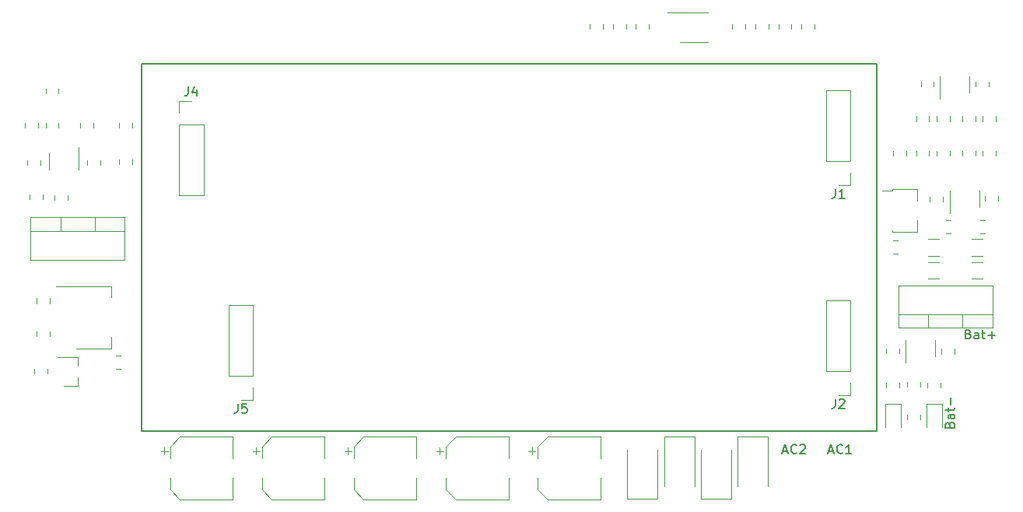
<source format=gbr>
%TF.GenerationSoftware,KiCad,Pcbnew,(5.1.6)-1*%
%TF.CreationDate,2020-11-02T11:11:50+01:00*%
%TF.ProjectId,ltz10v,6c747a31-3076-42e6-9b69-6361645f7063,rev?*%
%TF.SameCoordinates,Original*%
%TF.FileFunction,Legend,Top*%
%TF.FilePolarity,Positive*%
%FSLAX46Y46*%
G04 Gerber Fmt 4.6, Leading zero omitted, Abs format (unit mm)*
G04 Created by KiCad (PCBNEW (5.1.6)-1) date 2020-11-02 11:11:50*
%MOMM*%
%LPD*%
G01*
G04 APERTURE LIST*
%ADD10C,0.127000*%
%ADD11C,0.120000*%
%ADD12C,0.150000*%
G04 APERTURE END LIST*
D10*
X114000000Y-70495000D02*
X194010000Y-70495000D01*
X194010000Y-70495000D02*
X194010000Y-90497500D01*
X194010000Y-110500000D02*
X114000000Y-110500000D01*
X114000000Y-110500000D02*
X114000000Y-70495000D01*
X194010000Y-90497500D02*
X194010000Y-110500000D01*
D11*
%TO.C,R937*%
X183290000Y-66241422D02*
X183290000Y-66758578D01*
X184710000Y-66241422D02*
X184710000Y-66758578D01*
%TO.C,R936*%
X164210000Y-66758578D02*
X164210000Y-66241422D01*
X162790000Y-66758578D02*
X162790000Y-66241422D01*
%TO.C,C24*%
X182210000Y-66758578D02*
X182210000Y-66241422D01*
X180790000Y-66758578D02*
X180790000Y-66241422D01*
%TO.C,C23*%
X178290000Y-66241422D02*
X178290000Y-66758578D01*
X179710000Y-66241422D02*
X179710000Y-66758578D01*
%TO.C,C22*%
X187210000Y-66758578D02*
X187210000Y-66241422D01*
X185790000Y-66758578D02*
X185790000Y-66241422D01*
%TO.C,C21*%
X165290000Y-66241422D02*
X165290000Y-66758578D01*
X166710000Y-66241422D02*
X166710000Y-66758578D01*
%TO.C,C20*%
X169210000Y-66758578D02*
X169210000Y-66241422D01*
X167790000Y-66758578D02*
X167790000Y-66241422D01*
%TO.C,U9*%
X174090000Y-64940000D02*
X171215000Y-64940000D01*
X174090000Y-64940000D02*
X175590000Y-64940000D01*
X174090000Y-68160000D02*
X172590000Y-68160000D01*
X174090000Y-68160000D02*
X175590000Y-68160000D01*
%TO.C,C18*%
X116456250Y-112258750D02*
X116456250Y-113046250D01*
X116062500Y-112652500D02*
X116850000Y-112652500D01*
X117090000Y-116845563D02*
X118154437Y-117910000D01*
X117090000Y-112154437D02*
X118154437Y-111090000D01*
X117090000Y-112154437D02*
X117090000Y-113440000D01*
X117090000Y-116845563D02*
X117090000Y-115560000D01*
X118154437Y-117910000D02*
X123910000Y-117910000D01*
X118154437Y-111090000D02*
X123910000Y-111090000D01*
X123910000Y-111090000D02*
X123910000Y-113440000D01*
X123910000Y-117910000D02*
X123910000Y-115560000D01*
%TO.C,C17*%
X126456250Y-112258750D02*
X126456250Y-113046250D01*
X126062500Y-112652500D02*
X126850000Y-112652500D01*
X127090000Y-116845563D02*
X128154437Y-117910000D01*
X127090000Y-112154437D02*
X128154437Y-111090000D01*
X127090000Y-112154437D02*
X127090000Y-113440000D01*
X127090000Y-116845563D02*
X127090000Y-115560000D01*
X128154437Y-117910000D02*
X133910000Y-117910000D01*
X128154437Y-111090000D02*
X133910000Y-111090000D01*
X133910000Y-111090000D02*
X133910000Y-113440000D01*
X133910000Y-117910000D02*
X133910000Y-115560000D01*
%TO.C,C16*%
X136456250Y-112258750D02*
X136456250Y-113046250D01*
X136062500Y-112652500D02*
X136850000Y-112652500D01*
X137090000Y-116845563D02*
X138154437Y-117910000D01*
X137090000Y-112154437D02*
X138154437Y-111090000D01*
X137090000Y-112154437D02*
X137090000Y-113440000D01*
X137090000Y-116845563D02*
X137090000Y-115560000D01*
X138154437Y-117910000D02*
X143910000Y-117910000D01*
X138154437Y-111090000D02*
X143910000Y-111090000D01*
X143910000Y-111090000D02*
X143910000Y-113440000D01*
X143910000Y-117910000D02*
X143910000Y-115560000D01*
%TO.C,C15*%
X146456250Y-112258750D02*
X146456250Y-113046250D01*
X146062500Y-112652500D02*
X146850000Y-112652500D01*
X147090000Y-116845563D02*
X148154437Y-117910000D01*
X147090000Y-112154437D02*
X148154437Y-111090000D01*
X147090000Y-112154437D02*
X147090000Y-113440000D01*
X147090000Y-116845563D02*
X147090000Y-115560000D01*
X148154437Y-117910000D02*
X153910000Y-117910000D01*
X148154437Y-111090000D02*
X153910000Y-111090000D01*
X153910000Y-111090000D02*
X153910000Y-113440000D01*
X153910000Y-117910000D02*
X153910000Y-115560000D01*
%TO.C,C14*%
X156456250Y-112258750D02*
X156456250Y-113046250D01*
X156062500Y-112652500D02*
X156850000Y-112652500D01*
X157090000Y-116845563D02*
X158154437Y-117910000D01*
X157090000Y-112154437D02*
X158154437Y-111090000D01*
X157090000Y-112154437D02*
X157090000Y-113440000D01*
X157090000Y-116845563D02*
X157090000Y-115560000D01*
X158154437Y-117910000D02*
X163910000Y-117910000D01*
X158154437Y-111090000D02*
X163910000Y-111090000D01*
X163910000Y-111090000D02*
X163910000Y-113440000D01*
X163910000Y-117910000D02*
X163910000Y-115560000D01*
%TO.C,D4*%
X166850000Y-117900000D02*
X166850000Y-112500000D01*
X170150000Y-117900000D02*
X170150000Y-112500000D01*
X166850000Y-117900000D02*
X170150000Y-117900000D01*
%TO.C,D3*%
X174150000Y-111100000D02*
X174150000Y-116500000D01*
X170850000Y-111100000D02*
X170850000Y-116500000D01*
X174150000Y-111100000D02*
X170850000Y-111100000D01*
%TO.C,D2*%
X174850000Y-117900000D02*
X174850000Y-112500000D01*
X178150000Y-117900000D02*
X178150000Y-112500000D01*
X174850000Y-117900000D02*
X178150000Y-117900000D01*
%TO.C,D1*%
X182150000Y-111100000D02*
X182150000Y-116500000D01*
X178850000Y-111100000D02*
X178850000Y-116500000D01*
X182150000Y-111100000D02*
X178850000Y-111100000D01*
%TO.C,C13*%
X198710000Y-108741422D02*
X198710000Y-109258578D01*
X197290000Y-108741422D02*
X197290000Y-109258578D01*
%TO.C,C12*%
X196258578Y-91210000D02*
X195741422Y-91210000D01*
X196258578Y-89790000D02*
X195741422Y-89790000D01*
%TO.C,C11*%
X198290000Y-80508578D02*
X198290000Y-79991422D01*
X199710000Y-80508578D02*
X199710000Y-79991422D01*
%TO.C,C10*%
X205790000Y-85446078D02*
X205790000Y-84928922D01*
X207210000Y-85446078D02*
X207210000Y-84928922D01*
%TO.C,C9*%
X204790000Y-73008578D02*
X204790000Y-72491422D01*
X206210000Y-73008578D02*
X206210000Y-72491422D01*
%TO.C,J1*%
X191149000Y-73419500D02*
X188489000Y-73419500D01*
X191149000Y-81099500D02*
X191149000Y-73419500D01*
X188489000Y-81099500D02*
X188489000Y-73419500D01*
X191149000Y-81099500D02*
X188489000Y-81099500D01*
X191149000Y-82369500D02*
X191149000Y-83699500D01*
X191149000Y-83699500D02*
X189819000Y-83699500D01*
%TO.C,ZD2*%
X201100000Y-107500000D02*
X199400000Y-107500000D01*
X199400000Y-107500000D02*
X199400000Y-110050000D01*
X201100000Y-107500000D02*
X201100000Y-110050000D01*
%TO.C,ZD1*%
X196600000Y-107500000D02*
X194900000Y-107500000D01*
X194900000Y-107500000D02*
X194900000Y-110050000D01*
X196600000Y-107500000D02*
X196600000Y-110050000D01*
%TO.C,U8*%
X107010000Y-105580000D02*
X107010000Y-104650000D01*
X107010000Y-102420000D02*
X107010000Y-103350000D01*
X107010000Y-102420000D02*
X104850000Y-102420000D01*
X107010000Y-105580000D02*
X105550000Y-105580000D01*
%TO.C,U7*%
X103940000Y-80250000D02*
X103940000Y-82050000D01*
X107160000Y-82050000D02*
X107160000Y-79600000D01*
%TO.C,U6*%
X110660000Y-101527500D02*
X110660000Y-100267500D01*
X110660000Y-94707500D02*
X110660000Y-95967500D01*
X106900000Y-101527500D02*
X110660000Y-101527500D01*
X104650000Y-94707500D02*
X110660000Y-94707500D01*
%TO.C,U5*%
X200360000Y-102400000D02*
X200360000Y-100600000D01*
X197140000Y-100600000D02*
X197140000Y-103050000D01*
%TO.C,U4*%
X204110000Y-73650000D02*
X204110000Y-71850000D01*
X200890000Y-71850000D02*
X200890000Y-74300000D01*
%TO.C,R927*%
X102960000Y-80991422D02*
X102960000Y-81508578D01*
X101540000Y-80991422D02*
X101540000Y-81508578D01*
%TO.C,R926*%
X104960000Y-73241422D02*
X104960000Y-73758578D01*
X103540000Y-73241422D02*
X103540000Y-73758578D01*
%TO.C,R925*%
X104960000Y-76991422D02*
X104960000Y-77508578D01*
X103540000Y-76991422D02*
X103540000Y-77508578D01*
%TO.C,R924*%
X105960000Y-84803922D02*
X105960000Y-85321078D01*
X104540000Y-84803922D02*
X104540000Y-85321078D01*
%TO.C,R923*%
X102710000Y-76991422D02*
X102710000Y-77508578D01*
X101290000Y-76991422D02*
X101290000Y-77508578D01*
%TO.C,R922*%
X108710000Y-76991422D02*
X108710000Y-77508578D01*
X107290000Y-76991422D02*
X107290000Y-77508578D01*
%TO.C,R921*%
X102290000Y-104258578D02*
X102290000Y-103741422D01*
X103710000Y-104258578D02*
X103710000Y-103741422D01*
%TO.C,R920*%
X111540000Y-81446078D02*
X111540000Y-80928922D01*
X112960000Y-81446078D02*
X112960000Y-80928922D01*
%TO.C,R919*%
X112960000Y-76991422D02*
X112960000Y-77508578D01*
X111540000Y-76991422D02*
X111540000Y-77508578D01*
%TO.C,R918*%
X198710000Y-105178922D02*
X198710000Y-105696078D01*
X197290000Y-105178922D02*
X197290000Y-105696078D01*
%TO.C,R917*%
X199540000Y-105758578D02*
X199540000Y-105241422D01*
X200960000Y-105758578D02*
X200960000Y-105241422D01*
%TO.C,R916*%
X202460000Y-101553922D02*
X202460000Y-102071078D01*
X201040000Y-101553922D02*
X201040000Y-102071078D01*
%TO.C,R915*%
X199710000Y-76241422D02*
X199710000Y-76758578D01*
X198290000Y-76241422D02*
X198290000Y-76758578D01*
%TO.C,R914*%
X200540000Y-80508578D02*
X200540000Y-79991422D01*
X201960000Y-80508578D02*
X201960000Y-79991422D01*
%TO.C,R913*%
X201960000Y-76241422D02*
X201960000Y-76758578D01*
X200540000Y-76241422D02*
X200540000Y-76758578D01*
%TO.C,R912*%
X203290000Y-80508578D02*
X203290000Y-79991422D01*
X204710000Y-80508578D02*
X204710000Y-79991422D01*
%TO.C,R911*%
X203290000Y-76758578D02*
X203290000Y-76241422D01*
X204710000Y-76758578D02*
X204710000Y-76241422D01*
%TO.C,R910*%
X195040000Y-105758578D02*
X195040000Y-105241422D01*
X196460000Y-105758578D02*
X196460000Y-105241422D01*
%TO.C,R909*%
X205502064Y-93910000D02*
X204297936Y-93910000D01*
X205502064Y-92090000D02*
X204297936Y-92090000D01*
%TO.C,R908*%
X205502064Y-91410000D02*
X204297936Y-91410000D01*
X205502064Y-89590000D02*
X204297936Y-89590000D01*
%TO.C,R904*%
X200752064Y-93910000D02*
X199547936Y-93910000D01*
X200752064Y-92090000D02*
X199547936Y-92090000D01*
%TO.C,R903*%
X200752064Y-91410000D02*
X199547936Y-91410000D01*
X200752064Y-89590000D02*
X199547936Y-89590000D01*
%TO.C,Q3*%
X101920000Y-87230000D02*
X112160000Y-87230000D01*
X101920000Y-91871000D02*
X112160000Y-91871000D01*
X101920000Y-87230000D02*
X101920000Y-91871000D01*
X112160000Y-87230000D02*
X112160000Y-91871000D01*
X101920000Y-88740000D02*
X112160000Y-88740000D01*
X105190000Y-87230000D02*
X105190000Y-88740000D01*
X108891000Y-87230000D02*
X108891000Y-88740000D01*
%TO.C,Q2*%
X198410000Y-87550000D02*
X198410000Y-88860000D01*
X198410000Y-88860000D02*
X195690000Y-88860000D01*
X194550000Y-84370000D02*
X195690000Y-84370000D01*
X198410000Y-84140000D02*
X198410000Y-85450000D01*
X195690000Y-84140000D02*
X198410000Y-84140000D01*
X195690000Y-84140000D02*
X195690000Y-84370000D01*
X195690000Y-88860000D02*
X195690000Y-88630000D01*
%TO.C,J4*%
X118067500Y-84842500D02*
X120727500Y-84842500D01*
X118067500Y-77162500D02*
X118067500Y-84842500D01*
X120727500Y-77162500D02*
X120727500Y-84842500D01*
X118067500Y-77162500D02*
X120727500Y-77162500D01*
X118067500Y-75892500D02*
X118067500Y-74562500D01*
X118067500Y-74562500D02*
X119397500Y-74562500D01*
%TO.C,C8*%
X101790000Y-85258578D02*
X101790000Y-84741422D01*
X103210000Y-85258578D02*
X103210000Y-84741422D01*
%TO.C,C7*%
X108040000Y-81508578D02*
X108040000Y-80991422D01*
X109460000Y-81508578D02*
X109460000Y-80991422D01*
%TO.C,C6*%
X111696078Y-103710000D02*
X111178922Y-103710000D01*
X111696078Y-102290000D02*
X111178922Y-102290000D01*
%TO.C,R901*%
X197210000Y-80508578D02*
X197210000Y-79991422D01*
X195790000Y-80508578D02*
X195790000Y-79991422D01*
%TO.C,R902*%
X205540000Y-79991422D02*
X205540000Y-80508578D01*
X206960000Y-79991422D02*
X206960000Y-80508578D01*
%TO.C,R905*%
X201491422Y-88960000D02*
X202008578Y-88960000D01*
X201491422Y-87540000D02*
X202008578Y-87540000D01*
%TO.C,R906*%
X205540000Y-76241422D02*
X205540000Y-76758578D01*
X206960000Y-76241422D02*
X206960000Y-76758578D01*
%TO.C,R907*%
X205758578Y-87540000D02*
X205241422Y-87540000D01*
X205758578Y-88960000D02*
X205241422Y-88960000D01*
%TO.C,U3*%
X201940000Y-84340000D02*
X201940000Y-86790000D01*
X205160000Y-86140000D02*
X205160000Y-84340000D01*
%TO.C,Q1*%
X199609000Y-99270000D02*
X199609000Y-97760000D01*
X203310000Y-99270000D02*
X203310000Y-97760000D01*
X206580000Y-97760000D02*
X196340000Y-97760000D01*
X196340000Y-99270000D02*
X196340000Y-94629000D01*
X206580000Y-99270000D02*
X206580000Y-94629000D01*
X206580000Y-94629000D02*
X196340000Y-94629000D01*
X206580000Y-99270000D02*
X196340000Y-99270000D01*
%TO.C,C5*%
X103960000Y-96571078D02*
X103960000Y-96053922D01*
X102540000Y-96571078D02*
X102540000Y-96053922D01*
%TO.C,C4*%
X103960000Y-100196078D02*
X103960000Y-99678922D01*
X102540000Y-100196078D02*
X102540000Y-99678922D01*
%TO.C,C3*%
X199790000Y-84991422D02*
X199790000Y-85508578D01*
X201210000Y-84991422D02*
X201210000Y-85508578D01*
%TO.C,C2*%
X195040000Y-101491422D02*
X195040000Y-102008578D01*
X196460000Y-101491422D02*
X196460000Y-102008578D01*
%TO.C,C1*%
X198790000Y-72491422D02*
X198790000Y-73008578D01*
X200210000Y-72491422D02*
X200210000Y-73008578D01*
%TO.C,J5*%
X126125000Y-107067500D02*
X124795000Y-107067500D01*
X126125000Y-105737500D02*
X126125000Y-107067500D01*
X126125000Y-104467500D02*
X123465000Y-104467500D01*
X123465000Y-104467500D02*
X123465000Y-96787500D01*
X126125000Y-104467500D02*
X126125000Y-96787500D01*
X126125000Y-96787500D02*
X123465000Y-96787500D01*
%TO.C,J2*%
X191149000Y-106559500D02*
X189819000Y-106559500D01*
X191149000Y-105229500D02*
X191149000Y-106559500D01*
X191149000Y-103959500D02*
X188489000Y-103959500D01*
X188489000Y-103959500D02*
X188489000Y-96279500D01*
X191149000Y-103959500D02*
X191149000Y-96279500D01*
X191149000Y-96279500D02*
X188489000Y-96279500D01*
%TO.C,J8*%
D12*
X183785714Y-112666666D02*
X184261904Y-112666666D01*
X183690476Y-112952380D02*
X184023809Y-111952380D01*
X184357142Y-112952380D01*
X185261904Y-112857142D02*
X185214285Y-112904761D01*
X185071428Y-112952380D01*
X184976190Y-112952380D01*
X184833333Y-112904761D01*
X184738095Y-112809523D01*
X184690476Y-112714285D01*
X184642857Y-112523809D01*
X184642857Y-112380952D01*
X184690476Y-112190476D01*
X184738095Y-112095238D01*
X184833333Y-112000000D01*
X184976190Y-111952380D01*
X185071428Y-111952380D01*
X185214285Y-112000000D01*
X185261904Y-112047619D01*
X185642857Y-112047619D02*
X185690476Y-112000000D01*
X185785714Y-111952380D01*
X186023809Y-111952380D01*
X186119047Y-112000000D01*
X186166666Y-112047619D01*
X186214285Y-112142857D01*
X186214285Y-112238095D01*
X186166666Y-112380952D01*
X185595238Y-112952380D01*
X186214285Y-112952380D01*
%TO.C,J3*%
X188785714Y-112666666D02*
X189261904Y-112666666D01*
X188690476Y-112952380D02*
X189023809Y-111952380D01*
X189357142Y-112952380D01*
X190261904Y-112857142D02*
X190214285Y-112904761D01*
X190071428Y-112952380D01*
X189976190Y-112952380D01*
X189833333Y-112904761D01*
X189738095Y-112809523D01*
X189690476Y-112714285D01*
X189642857Y-112523809D01*
X189642857Y-112380952D01*
X189690476Y-112190476D01*
X189738095Y-112095238D01*
X189833333Y-112000000D01*
X189976190Y-111952380D01*
X190071428Y-111952380D01*
X190214285Y-112000000D01*
X190261904Y-112047619D01*
X191214285Y-112952380D02*
X190642857Y-112952380D01*
X190928571Y-112952380D02*
X190928571Y-111952380D01*
X190833333Y-112095238D01*
X190738095Y-112190476D01*
X190642857Y-112238095D01*
%TO.C,J1*%
X189485666Y-84151880D02*
X189485666Y-84866166D01*
X189438047Y-85009023D01*
X189342809Y-85104261D01*
X189199952Y-85151880D01*
X189104714Y-85151880D01*
X190485666Y-85151880D02*
X189914238Y-85151880D01*
X190199952Y-85151880D02*
X190199952Y-84151880D01*
X190104714Y-84294738D01*
X190009476Y-84389976D01*
X189914238Y-84437595D01*
%TO.C,J6*%
X201928571Y-109785714D02*
X201976190Y-109642857D01*
X202023809Y-109595238D01*
X202119047Y-109547619D01*
X202261904Y-109547619D01*
X202357142Y-109595238D01*
X202404761Y-109642857D01*
X202452380Y-109738095D01*
X202452380Y-110119047D01*
X201452380Y-110119047D01*
X201452380Y-109785714D01*
X201500000Y-109690476D01*
X201547619Y-109642857D01*
X201642857Y-109595238D01*
X201738095Y-109595238D01*
X201833333Y-109642857D01*
X201880952Y-109690476D01*
X201928571Y-109785714D01*
X201928571Y-110119047D01*
X202452380Y-108690476D02*
X201928571Y-108690476D01*
X201833333Y-108738095D01*
X201785714Y-108833333D01*
X201785714Y-109023809D01*
X201833333Y-109119047D01*
X202404761Y-108690476D02*
X202452380Y-108785714D01*
X202452380Y-109023809D01*
X202404761Y-109119047D01*
X202309523Y-109166666D01*
X202214285Y-109166666D01*
X202119047Y-109119047D01*
X202071428Y-109023809D01*
X202071428Y-108785714D01*
X202023809Y-108690476D01*
X201785714Y-108357142D02*
X201785714Y-107976190D01*
X201452380Y-108214285D02*
X202309523Y-108214285D01*
X202404761Y-108166666D01*
X202452380Y-108071428D01*
X202452380Y-107976190D01*
X202071428Y-107642857D02*
X202071428Y-106880952D01*
%TO.C,J7*%
X203964285Y-99928571D02*
X204107142Y-99976190D01*
X204154761Y-100023809D01*
X204202380Y-100119047D01*
X204202380Y-100261904D01*
X204154761Y-100357142D01*
X204107142Y-100404761D01*
X204011904Y-100452380D01*
X203630952Y-100452380D01*
X203630952Y-99452380D01*
X203964285Y-99452380D01*
X204059523Y-99500000D01*
X204107142Y-99547619D01*
X204154761Y-99642857D01*
X204154761Y-99738095D01*
X204107142Y-99833333D01*
X204059523Y-99880952D01*
X203964285Y-99928571D01*
X203630952Y-99928571D01*
X205059523Y-100452380D02*
X205059523Y-99928571D01*
X205011904Y-99833333D01*
X204916666Y-99785714D01*
X204726190Y-99785714D01*
X204630952Y-99833333D01*
X205059523Y-100404761D02*
X204964285Y-100452380D01*
X204726190Y-100452380D01*
X204630952Y-100404761D01*
X204583333Y-100309523D01*
X204583333Y-100214285D01*
X204630952Y-100119047D01*
X204726190Y-100071428D01*
X204964285Y-100071428D01*
X205059523Y-100023809D01*
X205392857Y-99785714D02*
X205773809Y-99785714D01*
X205535714Y-99452380D02*
X205535714Y-100309523D01*
X205583333Y-100404761D01*
X205678571Y-100452380D01*
X205773809Y-100452380D01*
X206107142Y-100071428D02*
X206869047Y-100071428D01*
X206488095Y-100452380D02*
X206488095Y-99690476D01*
%TO.C,J4*%
X119064166Y-73014880D02*
X119064166Y-73729166D01*
X119016547Y-73872023D01*
X118921309Y-73967261D01*
X118778452Y-74014880D01*
X118683214Y-74014880D01*
X119968928Y-73348214D02*
X119968928Y-74014880D01*
X119730833Y-72967261D02*
X119492738Y-73681547D01*
X120111785Y-73681547D01*
%TO.C,J5*%
X124461666Y-107519880D02*
X124461666Y-108234166D01*
X124414047Y-108377023D01*
X124318809Y-108472261D01*
X124175952Y-108519880D01*
X124080714Y-108519880D01*
X125414047Y-107519880D02*
X124937857Y-107519880D01*
X124890238Y-107996071D01*
X124937857Y-107948452D01*
X125033095Y-107900833D01*
X125271190Y-107900833D01*
X125366428Y-107948452D01*
X125414047Y-107996071D01*
X125461666Y-108091309D01*
X125461666Y-108329404D01*
X125414047Y-108424642D01*
X125366428Y-108472261D01*
X125271190Y-108519880D01*
X125033095Y-108519880D01*
X124937857Y-108472261D01*
X124890238Y-108424642D01*
%TO.C,J2*%
X189485666Y-107011880D02*
X189485666Y-107726166D01*
X189438047Y-107869023D01*
X189342809Y-107964261D01*
X189199952Y-108011880D01*
X189104714Y-108011880D01*
X189914238Y-107107119D02*
X189961857Y-107059500D01*
X190057095Y-107011880D01*
X190295190Y-107011880D01*
X190390428Y-107059500D01*
X190438047Y-107107119D01*
X190485666Y-107202357D01*
X190485666Y-107297595D01*
X190438047Y-107440452D01*
X189866619Y-108011880D01*
X190485666Y-108011880D01*
%TD*%
M02*

</source>
